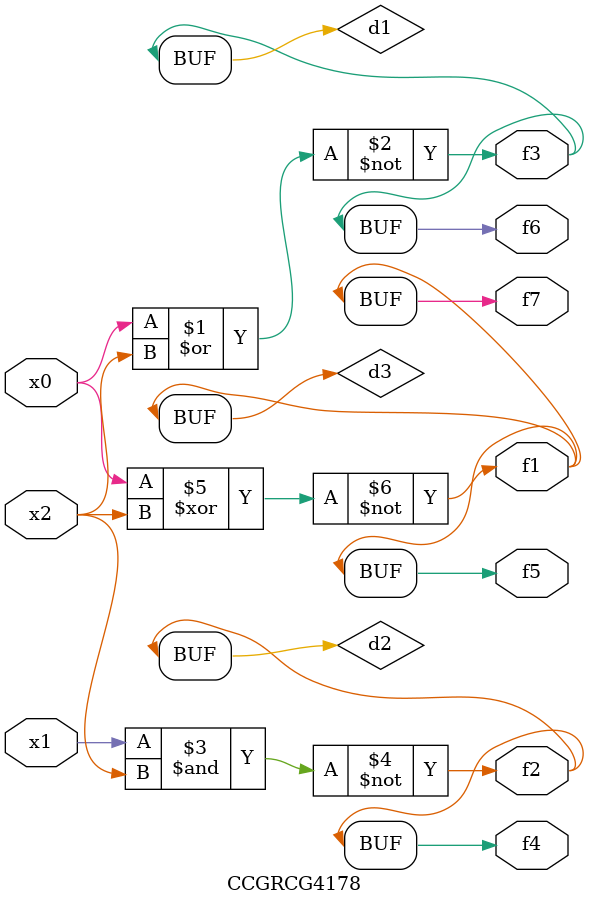
<source format=v>
module CCGRCG4178(
	input x0, x1, x2,
	output f1, f2, f3, f4, f5, f6, f7
);

	wire d1, d2, d3;

	nor (d1, x0, x2);
	nand (d2, x1, x2);
	xnor (d3, x0, x2);
	assign f1 = d3;
	assign f2 = d2;
	assign f3 = d1;
	assign f4 = d2;
	assign f5 = d3;
	assign f6 = d1;
	assign f7 = d3;
endmodule

</source>
